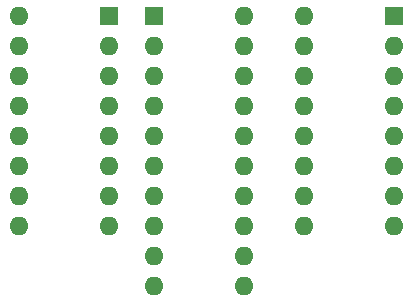
<source format=gbr>
%TF.GenerationSoftware,KiCad,Pcbnew,8.0.4*%
%TF.CreationDate,2024-08-17T03:45:06-04:00*%
%TF.ProjectId,8216 substitute,38323136-2073-4756-9273-746974757465,rev?*%
%TF.SameCoordinates,Original*%
%TF.FileFunction,Soldermask,Bot*%
%TF.FilePolarity,Negative*%
%FSLAX46Y46*%
G04 Gerber Fmt 4.6, Leading zero omitted, Abs format (unit mm)*
G04 Created by KiCad (PCBNEW 8.0.4) date 2024-08-17 03:45:06*
%MOMM*%
%LPD*%
G01*
G04 APERTURE LIST*
%ADD10R,1.600000X1.600000*%
%ADD11O,1.600000X1.600000*%
G04 APERTURE END LIST*
D10*
%TO.C,U2*%
X104140000Y-58420000D03*
D11*
X104140000Y-60960000D03*
X104140000Y-63500000D03*
X104140000Y-66040000D03*
X104140000Y-68580000D03*
X104140000Y-71120000D03*
X104140000Y-73660000D03*
X104140000Y-76200000D03*
X96520000Y-76200000D03*
X96520000Y-73660000D03*
X96520000Y-71120000D03*
X96520000Y-68580000D03*
X96520000Y-66040000D03*
X96520000Y-63500000D03*
X96520000Y-60960000D03*
X96520000Y-58420000D03*
%TD*%
D10*
%TO.C,U3*%
X80010000Y-58420000D03*
D11*
X80010000Y-60960000D03*
X80010000Y-63500000D03*
X80010000Y-66040000D03*
X80010000Y-68580000D03*
X80010000Y-71120000D03*
X80010000Y-73660000D03*
X80010000Y-76200000D03*
X72390000Y-76200000D03*
X72390000Y-73660000D03*
X72390000Y-71120000D03*
X72390000Y-68580000D03*
X72390000Y-66040000D03*
X72390000Y-63500000D03*
X72390000Y-60960000D03*
X72390000Y-58420000D03*
%TD*%
D10*
%TO.C,U1*%
X83820000Y-58420000D03*
D11*
X83820000Y-60960000D03*
X83820000Y-63500000D03*
X83820000Y-66040000D03*
X83820000Y-68580000D03*
X83820000Y-71120000D03*
X83820000Y-73660000D03*
X83820000Y-76200000D03*
X83820000Y-78740000D03*
X83820000Y-81280000D03*
X91440000Y-81280000D03*
X91440000Y-78740000D03*
X91440000Y-76200000D03*
X91440000Y-73660000D03*
X91440000Y-71120000D03*
X91440000Y-68580000D03*
X91440000Y-66040000D03*
X91440000Y-63500000D03*
X91440000Y-60960000D03*
X91440000Y-58420000D03*
%TD*%
M02*

</source>
